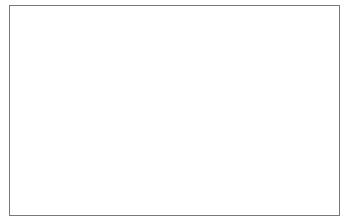
<source format=gbr>
G04 #@! TF.GenerationSoftware,KiCad,Pcbnew,5.1.5-52549c5~86~ubuntu18.04.1*
G04 #@! TF.CreationDate,2020-09-25T18:12:33-05:00*
G04 #@! TF.ProjectId,D03,4430332e-6b69-4636-9164-5f7063625858,rev?*
G04 #@! TF.SameCoordinates,Original*
G04 #@! TF.FileFunction,Profile,NP*
%FSLAX46Y46*%
G04 Gerber Fmt 4.6, Leading zero omitted, Abs format (unit mm)*
G04 Created by KiCad (PCBNEW 5.1.5-52549c5~86~ubuntu18.04.1) date 2020-09-25 18:12:33*
%MOMM*%
%LPD*%
G04 APERTURE LIST*
%ADD10C,0.050000*%
G04 APERTURE END LIST*
D10*
X47940000Y-20000000D02*
X47940000Y-37780000D01*
X20000000Y-37780000D02*
X47940000Y-37780000D01*
X20000000Y-20000000D02*
X47940000Y-20000000D01*
X20000000Y-20000000D02*
X20000000Y-37780000D01*
M02*

</source>
